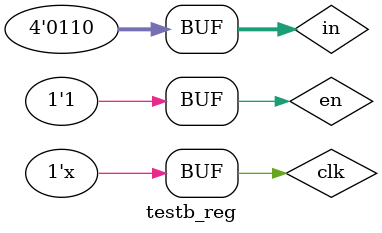
<source format=v>
module reg_4(en,clk,in,out);
input en, clk;
input [3:0] in;
output [3:0] out;
reg [3:0] out;
always @(posedge clk) begin
if (en) begin 
out = in; 
end
end
endmodule

module testb_reg;
    reg en, clk;
    reg [3:0] in;
    wire [3:0] out;
    
    reg_4 dut(en,clk,in,out);
    
    initial begin
        clk = 0;
        en = 0;
        in = 4'b0000;
        #4
        en = 1;
        #4
        en = 0;
        in = 4'b1000;
        #1
        en = 1;
        in = 4'b0110;
    end

    always #1 clk = ~clk;
endmodule
</source>
